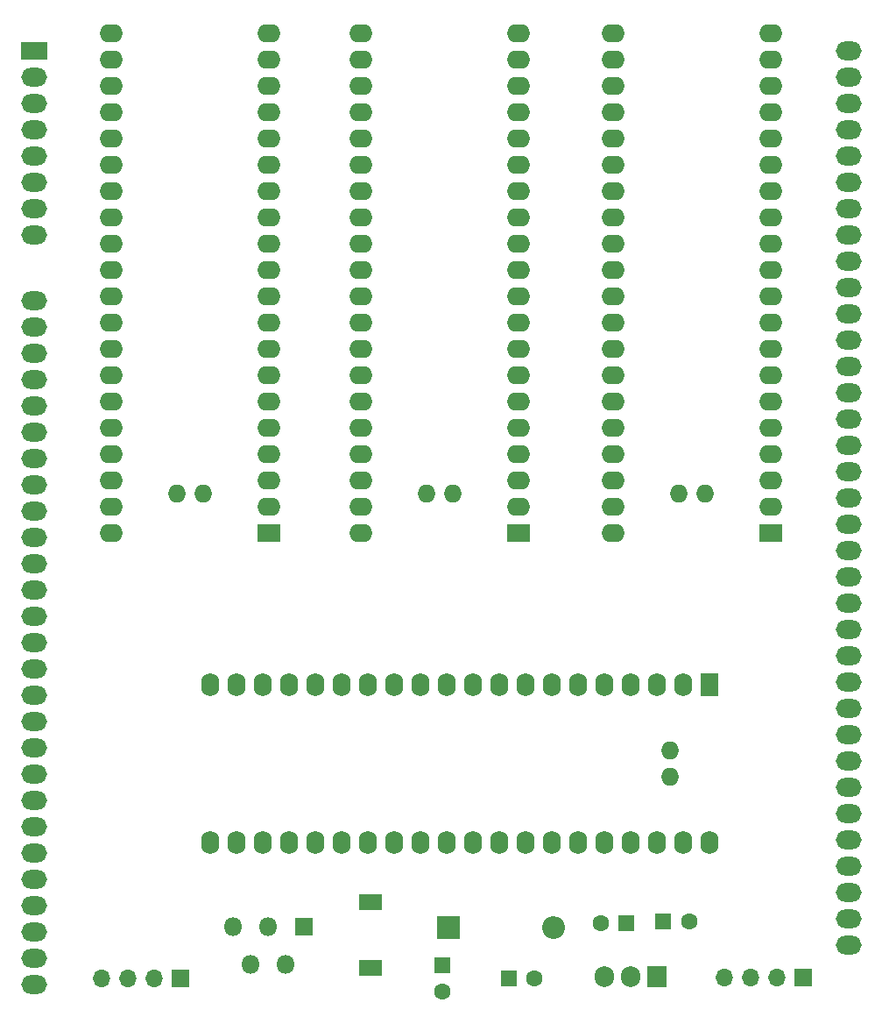
<source format=gts>
G04 #@! TF.GenerationSoftware,KiCad,Pcbnew,7.0.10-7.0.10~ubuntu20.04.1*
G04 #@! TF.CreationDate,2024-07-24T18:32:25-03:00*
G04 #@! TF.ProjectId,Aquisicao_STM_Barramento_v01,41717569-7369-4636-916f-5f53544d5f42,v04*
G04 #@! TF.SameCoordinates,Original*
G04 #@! TF.FileFunction,Soldermask,Top*
G04 #@! TF.FilePolarity,Negative*
%FSLAX46Y46*%
G04 Gerber Fmt 4.6, Leading zero omitted, Abs format (unit mm)*
G04 Created by KiCad (PCBNEW 7.0.10-7.0.10~ubuntu20.04.1) date 2024-07-24 18:32:25*
%MOMM*%
%LPD*%
G01*
G04 APERTURE LIST*
%ADD10R,1.700000X1.700000*%
%ADD11O,1.700000X1.700000*%
%ADD12R,2.250000X1.727200*%
%ADD13O,2.250000X1.727200*%
%ADD14O,1.727200X1.727200*%
%ADD15R,1.600000X1.600000*%
%ADD16C,1.600000*%
%ADD17R,1.800000X1.800000*%
%ADD18O,1.800000X1.800000*%
%ADD19R,1.905000X2.000000*%
%ADD20O,1.905000X2.000000*%
%ADD21O,2.500000X1.800000*%
%ADD22R,2.500000X1.800000*%
%ADD23R,1.727200X2.250000*%
%ADD24O,1.727200X2.250000*%
%ADD25R,2.200000X2.200000*%
%ADD26O,2.200000X2.200000*%
%ADD27R,2.200000X1.500000*%
G04 APERTURE END LIST*
D10*
X181050000Y-146625000D03*
D11*
X178510000Y-146625000D03*
X175970000Y-146625000D03*
X173430000Y-146625000D03*
D12*
X129420000Y-103710800D03*
D13*
X129420000Y-101170800D03*
X129420000Y-98630800D03*
X129420000Y-96090800D03*
X129420000Y-93550800D03*
X129420000Y-91010800D03*
X129420000Y-88470800D03*
X129420000Y-85930800D03*
X129420000Y-83390800D03*
X129420000Y-80850800D03*
X129420000Y-78310800D03*
X129420000Y-75770800D03*
X129420000Y-73230800D03*
X129420000Y-70690800D03*
X129420000Y-68150800D03*
X129420000Y-65610800D03*
X129420000Y-63070800D03*
X129420000Y-60530800D03*
X129420000Y-57990800D03*
X129420000Y-55450800D03*
X114180000Y-55450800D03*
X114180000Y-57990800D03*
X114180000Y-60530800D03*
X114180000Y-63070800D03*
X114180000Y-65610800D03*
X114180000Y-68150800D03*
X114180000Y-70690800D03*
X114180000Y-73230800D03*
X114180000Y-75770800D03*
X114180000Y-78310800D03*
X114180000Y-80850800D03*
X114180000Y-83390800D03*
X114180000Y-85930800D03*
X114180000Y-88470800D03*
X114180000Y-91010800D03*
X114180000Y-93550800D03*
X114180000Y-96090800D03*
X114180000Y-98630800D03*
X114180000Y-101170800D03*
X114180000Y-103761600D03*
D14*
X120520000Y-99900800D03*
X123060000Y-99900800D03*
D15*
X146180000Y-145478000D03*
D16*
X146180000Y-147978000D03*
D17*
X132736000Y-141700000D03*
D18*
X131036000Y-145400000D03*
X129336000Y-141700000D03*
X127636000Y-145400000D03*
X125936000Y-141700000D03*
D19*
X166890000Y-146550000D03*
D20*
X164350000Y-146550000D03*
X161810000Y-146550000D03*
D21*
X185420000Y-57150000D03*
X185420000Y-59690000D03*
X185420000Y-62230000D03*
X185420000Y-64770000D03*
X185420000Y-67310000D03*
X185420000Y-69850000D03*
X185420000Y-72390000D03*
X185420000Y-74930000D03*
X185420000Y-77470000D03*
X185420000Y-80010000D03*
X185420000Y-82550000D03*
X185420000Y-85090000D03*
X185420000Y-87630000D03*
X185420000Y-90170000D03*
X185420000Y-92710000D03*
X185420000Y-95250000D03*
X185420000Y-97790000D03*
X185420000Y-100330000D03*
X185420000Y-102870000D03*
X185420000Y-105410000D03*
X185420000Y-107950000D03*
X185420000Y-110490000D03*
X185420000Y-113030000D03*
X185420000Y-115570000D03*
X185420000Y-118110000D03*
X185420000Y-120650000D03*
X185420000Y-123190000D03*
X185420000Y-125730000D03*
X185420000Y-128270000D03*
X185420000Y-130810000D03*
X185420000Y-133350000D03*
X185420000Y-135890000D03*
X185420000Y-138430000D03*
X185420000Y-140970000D03*
X185420000Y-143510000D03*
D22*
X106680000Y-57150000D03*
D21*
X106680000Y-59690000D03*
X106680000Y-62230000D03*
X106680000Y-64770000D03*
X106680000Y-67310000D03*
X106680000Y-69850000D03*
X106680000Y-72390000D03*
X106680000Y-74930000D03*
X106680000Y-81280000D03*
X106680000Y-83820000D03*
X106680000Y-86360000D03*
X106680000Y-88900000D03*
X106680000Y-91440000D03*
X106680000Y-93980000D03*
X106680000Y-96520000D03*
X106680000Y-99060000D03*
X106680000Y-101600000D03*
X106680000Y-104140000D03*
X106680000Y-106680000D03*
X106680000Y-109220000D03*
X106680000Y-111760000D03*
X106680000Y-114300000D03*
X106680000Y-116840000D03*
X106680000Y-119380000D03*
X106680000Y-121920000D03*
X106680000Y-124460000D03*
X106680000Y-127000000D03*
X106680000Y-129540000D03*
X106680000Y-132080000D03*
X106680000Y-134620000D03*
X106680000Y-137160000D03*
X106680000Y-139700000D03*
X106680000Y-142240000D03*
X106680000Y-144780000D03*
X106680000Y-147320000D03*
D23*
X171958000Y-118354000D03*
D24*
X169418000Y-118354000D03*
X166878000Y-118354000D03*
X164338000Y-118354000D03*
X161798000Y-118354000D03*
X159258000Y-118354000D03*
X156718000Y-118354000D03*
X154178000Y-118354000D03*
X151638000Y-118354000D03*
X149098000Y-118354000D03*
X146558000Y-118354000D03*
X144018000Y-118354000D03*
X141478000Y-118354000D03*
X138938000Y-118354000D03*
X136398000Y-118354000D03*
X133858000Y-118354000D03*
X131318000Y-118354000D03*
X128778000Y-118354000D03*
X126238000Y-118354000D03*
X123698000Y-118354000D03*
X123698000Y-133594000D03*
X126238000Y-133594000D03*
X128778000Y-133594000D03*
X131318000Y-133594000D03*
X133858000Y-133594000D03*
X136398000Y-133594000D03*
X138938000Y-133594000D03*
X141478000Y-133594000D03*
X144018000Y-133594000D03*
X146558000Y-133594000D03*
X149098000Y-133594000D03*
X151638000Y-133594000D03*
X154178000Y-133594000D03*
X156718000Y-133594000D03*
X159258000Y-133594000D03*
X161798000Y-133594000D03*
X164338000Y-133594000D03*
X166878000Y-133594000D03*
X169418000Y-133594000D03*
X172008800Y-133594000D03*
D14*
X168148000Y-127254000D03*
X168148000Y-124714000D03*
D15*
X167521100Y-141250000D03*
D16*
X170021100Y-141250000D03*
D25*
X146754000Y-141833000D03*
D26*
X156914000Y-141833000D03*
D15*
X152574900Y-146750000D03*
D16*
X155074900Y-146750000D03*
D12*
X177934000Y-103710800D03*
D13*
X177934000Y-101170800D03*
X177934000Y-98630800D03*
X177934000Y-96090800D03*
X177934000Y-93550800D03*
X177934000Y-91010800D03*
X177934000Y-88470800D03*
X177934000Y-85930800D03*
X177934000Y-83390800D03*
X177934000Y-80850800D03*
X177934000Y-78310800D03*
X177934000Y-75770800D03*
X177934000Y-73230800D03*
X177934000Y-70690800D03*
X177934000Y-68150800D03*
X177934000Y-65610800D03*
X177934000Y-63070800D03*
X177934000Y-60530800D03*
X177934000Y-57990800D03*
X177934000Y-55450800D03*
X162694000Y-55450800D03*
X162694000Y-57990800D03*
X162694000Y-60530800D03*
X162694000Y-63070800D03*
X162694000Y-65610800D03*
X162694000Y-68150800D03*
X162694000Y-70690800D03*
X162694000Y-73230800D03*
X162694000Y-75770800D03*
X162694000Y-78310800D03*
X162694000Y-80850800D03*
X162694000Y-83390800D03*
X162694000Y-85930800D03*
X162694000Y-88470800D03*
X162694000Y-91010800D03*
X162694000Y-93550800D03*
X162694000Y-96090800D03*
X162694000Y-98630800D03*
X162694000Y-101170800D03*
X162694000Y-103761600D03*
D14*
X169034000Y-99900800D03*
X171574000Y-99900800D03*
D15*
X163955000Y-141378000D03*
D16*
X161455000Y-141378000D03*
D27*
X139211000Y-145725000D03*
X139211000Y-139325000D03*
D10*
X120870000Y-146700000D03*
D11*
X118330000Y-146700000D03*
X115790000Y-146700000D03*
X113250000Y-146700000D03*
D12*
X153550000Y-103710800D03*
D13*
X153550000Y-101170800D03*
X153550000Y-98630800D03*
X153550000Y-96090800D03*
X153550000Y-93550800D03*
X153550000Y-91010800D03*
X153550000Y-88470800D03*
X153550000Y-85930800D03*
X153550000Y-83390800D03*
X153550000Y-80850800D03*
X153550000Y-78310800D03*
X153550000Y-75770800D03*
X153550000Y-73230800D03*
X153550000Y-70690800D03*
X153550000Y-68150800D03*
X153550000Y-65610800D03*
X153550000Y-63070800D03*
X153550000Y-60530800D03*
X153550000Y-57990800D03*
X153550000Y-55450800D03*
X138310000Y-55450800D03*
X138310000Y-57990800D03*
X138310000Y-60530800D03*
X138310000Y-63070800D03*
X138310000Y-65610800D03*
X138310000Y-68150800D03*
X138310000Y-70690800D03*
X138310000Y-73230800D03*
X138310000Y-75770800D03*
X138310000Y-78310800D03*
X138310000Y-80850800D03*
X138310000Y-83390800D03*
X138310000Y-85930800D03*
X138310000Y-88470800D03*
X138310000Y-91010800D03*
X138310000Y-93550800D03*
X138310000Y-96090800D03*
X138310000Y-98630800D03*
X138310000Y-101170800D03*
X138310000Y-103761600D03*
D14*
X144650000Y-99900800D03*
X147190000Y-99900800D03*
M02*

</source>
